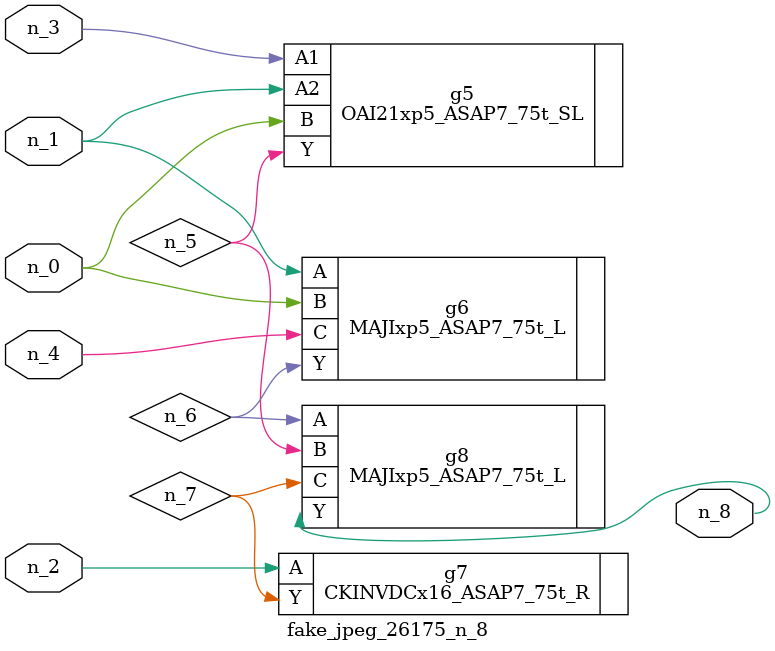
<source format=v>
module fake_jpeg_26175_n_8 (n_3, n_2, n_1, n_0, n_4, n_8);

input n_3;
input n_2;
input n_1;
input n_0;
input n_4;

output n_8;

wire n_6;
wire n_5;
wire n_7;

OAI21xp5_ASAP7_75t_SL g5 ( 
.A1(n_3),
.A2(n_1),
.B(n_0),
.Y(n_5)
);

MAJIxp5_ASAP7_75t_L g6 ( 
.A(n_1),
.B(n_0),
.C(n_4),
.Y(n_6)
);

CKINVDCx16_ASAP7_75t_R g7 ( 
.A(n_2),
.Y(n_7)
);

MAJIxp5_ASAP7_75t_L g8 ( 
.A(n_6),
.B(n_5),
.C(n_7),
.Y(n_8)
);


endmodule
</source>
